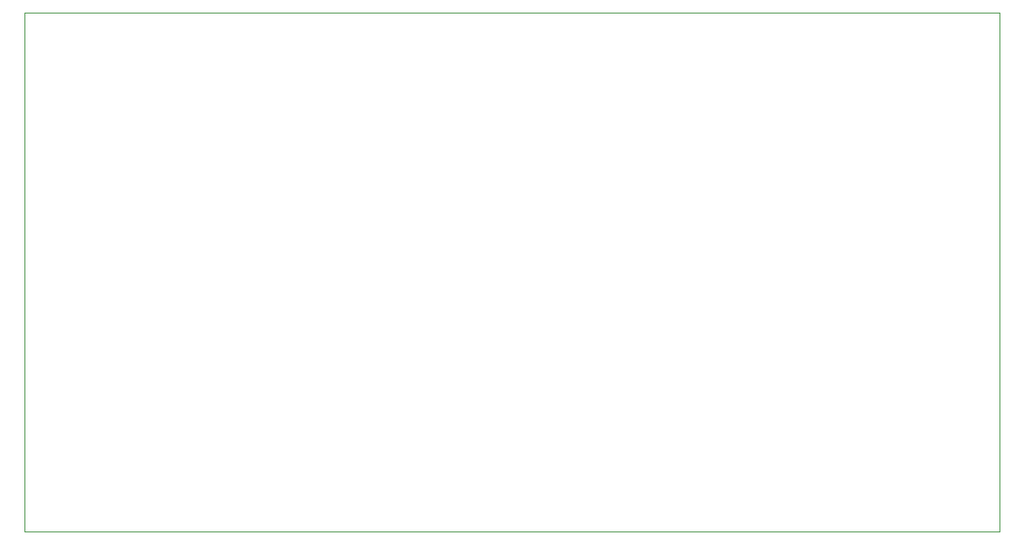
<source format=gbr>
%TF.GenerationSoftware,KiCad,Pcbnew,5.1.7-a382d34a8~88~ubuntu18.04.1*%
%TF.CreationDate,2021-02-25T09:22:48-05:00*%
%TF.ProjectId,LVPDU,4c565044-552e-46b6-9963-61645f706362,rev?*%
%TF.SameCoordinates,Original*%
%TF.FileFunction,Profile,NP*%
%FSLAX46Y46*%
G04 Gerber Fmt 4.6, Leading zero omitted, Abs format (unit mm)*
G04 Created by KiCad (PCBNEW 5.1.7-a382d34a8~88~ubuntu18.04.1) date 2021-02-25 09:22:48*
%MOMM*%
%LPD*%
G01*
G04 APERTURE LIST*
%TA.AperFunction,Profile*%
%ADD10C,0.050000*%
%TD*%
G04 APERTURE END LIST*
D10*
X142240000Y-36830000D02*
X142875000Y-36830000D01*
X142240000Y-88900000D02*
X142240000Y-36830000D01*
X240030000Y-88900000D02*
X142240000Y-88900000D01*
X240030000Y-36830000D02*
X240030000Y-88900000D01*
X142875000Y-36830000D02*
X240030000Y-36830000D01*
M02*

</source>
